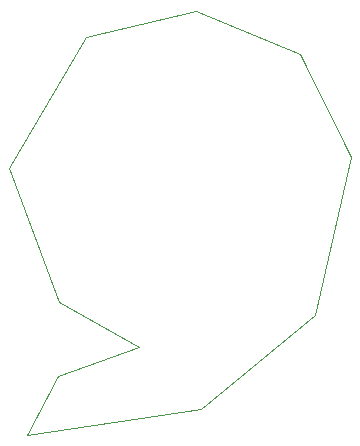
<source format=gbr>
G04 #@! TF.GenerationSoftware,KiCad,Pcbnew,9.0.2*
G04 #@! TF.CreationDate,2025-06-24T15:09:58-05:00*
G04 #@! TF.ProjectId,KokiriEmerald,4b6f6b69-7269-4456-9d65-72616c642e6b,rev?*
G04 #@! TF.SameCoordinates,Original*
G04 #@! TF.FileFunction,Profile,NP*
%FSLAX46Y46*%
G04 Gerber Fmt 4.6, Leading zero omitted, Abs format (unit mm)*
G04 Created by KiCad (PCBNEW 9.0.2) date 2025-06-24 15:09:58*
%MOMM*%
%LPD*%
G01*
G04 APERTURE LIST*
G04 #@! TA.AperFunction,Profile*
%ADD10C,0.100000*%
G04 #@! TD*
G04 APERTURE END LIST*
D10*
X127100213Y-87968868D02*
X123978765Y-101349474D01*
X102274300Y-106531077D02*
X109120675Y-104033918D01*
X102367943Y-100236158D02*
X98122774Y-88884492D01*
X104667409Y-77813758D02*
X113979728Y-75587126D01*
X113979728Y-75587126D02*
X122740591Y-79249624D01*
X122740591Y-79249624D02*
X127100213Y-87968868D01*
X99621069Y-111473369D02*
X102274300Y-106531077D01*
X123978765Y-101349474D02*
X114375112Y-109277949D01*
X114375112Y-109277949D02*
X99621069Y-111473369D01*
X109120675Y-104033918D02*
X109120675Y-104033918D01*
X98122774Y-88884492D02*
X104667409Y-77813758D01*
X109120675Y-104033918D02*
X102367943Y-100236158D01*
M02*

</source>
